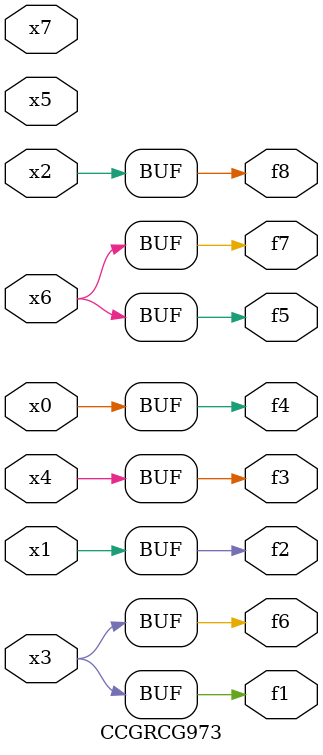
<source format=v>
module CCGRCG973(
	input x0, x1, x2, x3, x4, x5, x6, x7,
	output f1, f2, f3, f4, f5, f6, f7, f8
);
	assign f1 = x3;
	assign f2 = x1;
	assign f3 = x4;
	assign f4 = x0;
	assign f5 = x6;
	assign f6 = x3;
	assign f7 = x6;
	assign f8 = x2;
endmodule

</source>
